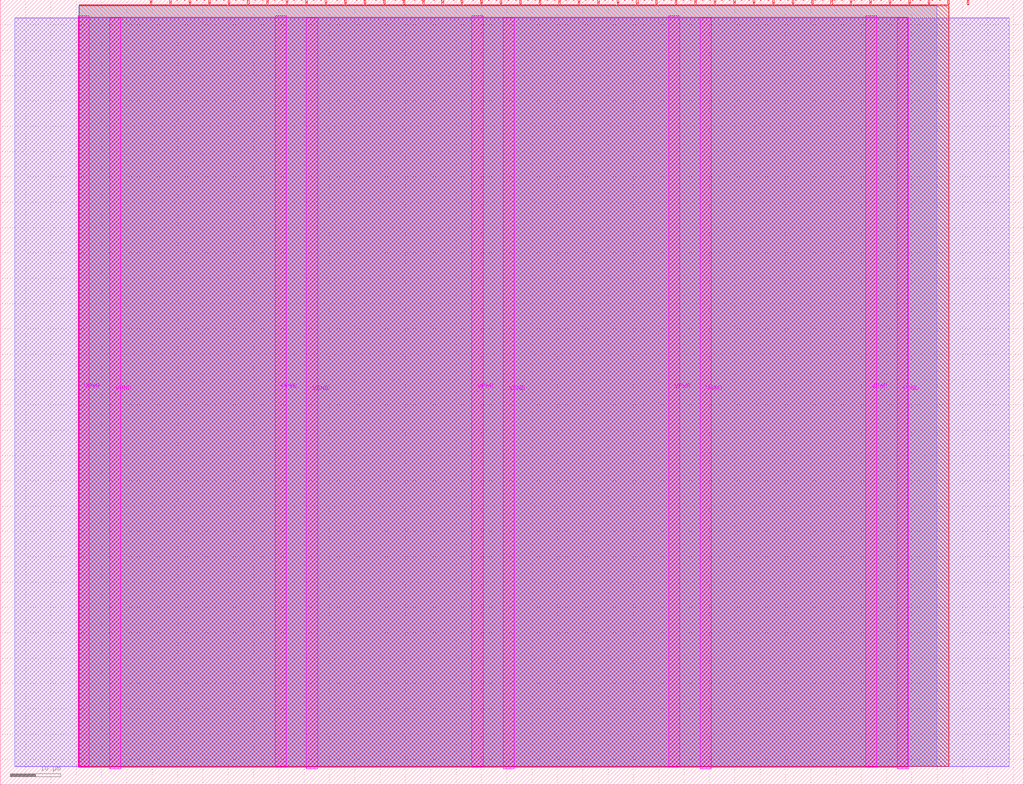
<source format=lef>
VERSION 5.7 ;
  NOWIREEXTENSIONATPIN ON ;
  DIVIDERCHAR "/" ;
  BUSBITCHARS "[]" ;
MACRO tt_um_wokwi_456755166425583617
  CLASS BLOCK ;
  FOREIGN tt_um_wokwi_456755166425583617 ;
  ORIGIN 0.000 0.000 ;
  SIZE 202.080 BY 154.980 ;
  PIN VGND
    DIRECTION INOUT ;
    USE GROUND ;
    PORT
      LAYER TopMetal1 ;
        RECT 21.580 3.150 23.780 151.420 ;
    END
    PORT
      LAYER TopMetal1 ;
        RECT 60.450 3.150 62.650 151.420 ;
    END
    PORT
      LAYER TopMetal1 ;
        RECT 99.320 3.150 101.520 151.420 ;
    END
    PORT
      LAYER TopMetal1 ;
        RECT 138.190 3.150 140.390 151.420 ;
    END
    PORT
      LAYER TopMetal1 ;
        RECT 177.060 3.150 179.260 151.420 ;
    END
  END VGND
  PIN VPWR
    DIRECTION INOUT ;
    USE POWER ;
    PORT
      LAYER TopMetal1 ;
        RECT 15.380 3.560 17.580 151.830 ;
    END
    PORT
      LAYER TopMetal1 ;
        RECT 54.250 3.560 56.450 151.830 ;
    END
    PORT
      LAYER TopMetal1 ;
        RECT 93.120 3.560 95.320 151.830 ;
    END
    PORT
      LAYER TopMetal1 ;
        RECT 131.990 3.560 134.190 151.830 ;
    END
    PORT
      LAYER TopMetal1 ;
        RECT 170.860 3.560 173.060 151.830 ;
    END
  END VPWR
  PIN clk
    DIRECTION INPUT ;
    USE SIGNAL ;
    ANTENNAGATEAREA 0.725400 ;
    PORT
      LAYER Metal4 ;
        RECT 187.050 153.980 187.350 154.980 ;
    END
  END clk
  PIN ena
    DIRECTION INPUT ;
    USE SIGNAL ;
    PORT
      LAYER Metal4 ;
        RECT 190.890 153.980 191.190 154.980 ;
    END
  END ena
  PIN rst_n
    DIRECTION INPUT ;
    USE SIGNAL ;
    ANTENNAGATEAREA 0.180700 ;
    PORT
      LAYER Metal4 ;
        RECT 183.210 153.980 183.510 154.980 ;
    END
  END rst_n
  PIN ui_in[0]
    DIRECTION INPUT ;
    USE SIGNAL ;
    ANTENNAGATEAREA 0.180700 ;
    PORT
      LAYER Metal4 ;
        RECT 179.370 153.980 179.670 154.980 ;
    END
  END ui_in[0]
  PIN ui_in[1]
    DIRECTION INPUT ;
    USE SIGNAL ;
    PORT
      LAYER Metal4 ;
        RECT 175.530 153.980 175.830 154.980 ;
    END
  END ui_in[1]
  PIN ui_in[2]
    DIRECTION INPUT ;
    USE SIGNAL ;
    PORT
      LAYER Metal4 ;
        RECT 171.690 153.980 171.990 154.980 ;
    END
  END ui_in[2]
  PIN ui_in[3]
    DIRECTION INPUT ;
    USE SIGNAL ;
    PORT
      LAYER Metal4 ;
        RECT 167.850 153.980 168.150 154.980 ;
    END
  END ui_in[3]
  PIN ui_in[4]
    DIRECTION INPUT ;
    USE SIGNAL ;
    PORT
      LAYER Metal4 ;
        RECT 164.010 153.980 164.310 154.980 ;
    END
  END ui_in[4]
  PIN ui_in[5]
    DIRECTION INPUT ;
    USE SIGNAL ;
    PORT
      LAYER Metal4 ;
        RECT 160.170 153.980 160.470 154.980 ;
    END
  END ui_in[5]
  PIN ui_in[6]
    DIRECTION INPUT ;
    USE SIGNAL ;
    PORT
      LAYER Metal4 ;
        RECT 156.330 153.980 156.630 154.980 ;
    END
  END ui_in[6]
  PIN ui_in[7]
    DIRECTION INPUT ;
    USE SIGNAL ;
    PORT
      LAYER Metal4 ;
        RECT 152.490 153.980 152.790 154.980 ;
    END
  END ui_in[7]
  PIN uio_in[0]
    DIRECTION INPUT ;
    USE SIGNAL ;
    PORT
      LAYER Metal4 ;
        RECT 148.650 153.980 148.950 154.980 ;
    END
  END uio_in[0]
  PIN uio_in[1]
    DIRECTION INPUT ;
    USE SIGNAL ;
    PORT
      LAYER Metal4 ;
        RECT 144.810 153.980 145.110 154.980 ;
    END
  END uio_in[1]
  PIN uio_in[2]
    DIRECTION INPUT ;
    USE SIGNAL ;
    PORT
      LAYER Metal4 ;
        RECT 140.970 153.980 141.270 154.980 ;
    END
  END uio_in[2]
  PIN uio_in[3]
    DIRECTION INPUT ;
    USE SIGNAL ;
    PORT
      LAYER Metal4 ;
        RECT 137.130 153.980 137.430 154.980 ;
    END
  END uio_in[3]
  PIN uio_in[4]
    DIRECTION INPUT ;
    USE SIGNAL ;
    PORT
      LAYER Metal4 ;
        RECT 133.290 153.980 133.590 154.980 ;
    END
  END uio_in[4]
  PIN uio_in[5]
    DIRECTION INPUT ;
    USE SIGNAL ;
    PORT
      LAYER Metal4 ;
        RECT 129.450 153.980 129.750 154.980 ;
    END
  END uio_in[5]
  PIN uio_in[6]
    DIRECTION INPUT ;
    USE SIGNAL ;
    PORT
      LAYER Metal4 ;
        RECT 125.610 153.980 125.910 154.980 ;
    END
  END uio_in[6]
  PIN uio_in[7]
    DIRECTION INPUT ;
    USE SIGNAL ;
    PORT
      LAYER Metal4 ;
        RECT 121.770 153.980 122.070 154.980 ;
    END
  END uio_in[7]
  PIN uio_oe[0]
    DIRECTION OUTPUT ;
    USE SIGNAL ;
    ANTENNADIFFAREA 0.299200 ;
    PORT
      LAYER Metal4 ;
        RECT 56.490 153.980 56.790 154.980 ;
    END
  END uio_oe[0]
  PIN uio_oe[1]
    DIRECTION OUTPUT ;
    USE SIGNAL ;
    ANTENNADIFFAREA 0.299200 ;
    PORT
      LAYER Metal4 ;
        RECT 52.650 153.980 52.950 154.980 ;
    END
  END uio_oe[1]
  PIN uio_oe[2]
    DIRECTION OUTPUT ;
    USE SIGNAL ;
    ANTENNADIFFAREA 0.299200 ;
    PORT
      LAYER Metal4 ;
        RECT 48.810 153.980 49.110 154.980 ;
    END
  END uio_oe[2]
  PIN uio_oe[3]
    DIRECTION OUTPUT ;
    USE SIGNAL ;
    ANTENNADIFFAREA 0.299200 ;
    PORT
      LAYER Metal4 ;
        RECT 44.970 153.980 45.270 154.980 ;
    END
  END uio_oe[3]
  PIN uio_oe[4]
    DIRECTION OUTPUT ;
    USE SIGNAL ;
    ANTENNADIFFAREA 0.299200 ;
    PORT
      LAYER Metal4 ;
        RECT 41.130 153.980 41.430 154.980 ;
    END
  END uio_oe[4]
  PIN uio_oe[5]
    DIRECTION OUTPUT ;
    USE SIGNAL ;
    ANTENNADIFFAREA 0.299200 ;
    PORT
      LAYER Metal4 ;
        RECT 37.290 153.980 37.590 154.980 ;
    END
  END uio_oe[5]
  PIN uio_oe[6]
    DIRECTION OUTPUT ;
    USE SIGNAL ;
    ANTENNADIFFAREA 0.299200 ;
    PORT
      LAYER Metal4 ;
        RECT 33.450 153.980 33.750 154.980 ;
    END
  END uio_oe[6]
  PIN uio_oe[7]
    DIRECTION OUTPUT ;
    USE SIGNAL ;
    ANTENNADIFFAREA 0.299200 ;
    PORT
      LAYER Metal4 ;
        RECT 29.610 153.980 29.910 154.980 ;
    END
  END uio_oe[7]
  PIN uio_out[0]
    DIRECTION OUTPUT ;
    USE SIGNAL ;
    ANTENNADIFFAREA 0.299200 ;
    PORT
      LAYER Metal4 ;
        RECT 87.210 153.980 87.510 154.980 ;
    END
  END uio_out[0]
  PIN uio_out[1]
    DIRECTION OUTPUT ;
    USE SIGNAL ;
    ANTENNADIFFAREA 0.299200 ;
    PORT
      LAYER Metal4 ;
        RECT 83.370 153.980 83.670 154.980 ;
    END
  END uio_out[1]
  PIN uio_out[2]
    DIRECTION OUTPUT ;
    USE SIGNAL ;
    ANTENNADIFFAREA 0.299200 ;
    PORT
      LAYER Metal4 ;
        RECT 79.530 153.980 79.830 154.980 ;
    END
  END uio_out[2]
  PIN uio_out[3]
    DIRECTION OUTPUT ;
    USE SIGNAL ;
    ANTENNADIFFAREA 0.299200 ;
    PORT
      LAYER Metal4 ;
        RECT 75.690 153.980 75.990 154.980 ;
    END
  END uio_out[3]
  PIN uio_out[4]
    DIRECTION OUTPUT ;
    USE SIGNAL ;
    ANTENNADIFFAREA 0.299200 ;
    PORT
      LAYER Metal4 ;
        RECT 71.850 153.980 72.150 154.980 ;
    END
  END uio_out[4]
  PIN uio_out[5]
    DIRECTION OUTPUT ;
    USE SIGNAL ;
    ANTENNADIFFAREA 0.299200 ;
    PORT
      LAYER Metal4 ;
        RECT 68.010 153.980 68.310 154.980 ;
    END
  END uio_out[5]
  PIN uio_out[6]
    DIRECTION OUTPUT ;
    USE SIGNAL ;
    ANTENNADIFFAREA 0.299200 ;
    PORT
      LAYER Metal4 ;
        RECT 64.170 153.980 64.470 154.980 ;
    END
  END uio_out[6]
  PIN uio_out[7]
    DIRECTION OUTPUT ;
    USE SIGNAL ;
    ANTENNADIFFAREA 0.299200 ;
    PORT
      LAYER Metal4 ;
        RECT 60.330 153.980 60.630 154.980 ;
    END
  END uio_out[7]
  PIN uo_out[0]
    DIRECTION OUTPUT ;
    USE SIGNAL ;
    ANTENNADIFFAREA 0.708600 ;
    PORT
      LAYER Metal4 ;
        RECT 117.930 153.980 118.230 154.980 ;
    END
  END uo_out[0]
  PIN uo_out[1]
    DIRECTION OUTPUT ;
    USE SIGNAL ;
    ANTENNADIFFAREA 0.708600 ;
    PORT
      LAYER Metal4 ;
        RECT 114.090 153.980 114.390 154.980 ;
    END
  END uo_out[1]
  PIN uo_out[2]
    DIRECTION OUTPUT ;
    USE SIGNAL ;
    ANTENNADIFFAREA 0.708600 ;
    PORT
      LAYER Metal4 ;
        RECT 110.250 153.980 110.550 154.980 ;
    END
  END uo_out[2]
  PIN uo_out[3]
    DIRECTION OUTPUT ;
    USE SIGNAL ;
    ANTENNADIFFAREA 0.708600 ;
    PORT
      LAYER Metal4 ;
        RECT 106.410 153.980 106.710 154.980 ;
    END
  END uo_out[3]
  PIN uo_out[4]
    DIRECTION OUTPUT ;
    USE SIGNAL ;
    ANTENNADIFFAREA 0.299200 ;
    PORT
      LAYER Metal4 ;
        RECT 102.570 153.980 102.870 154.980 ;
    END
  END uo_out[4]
  PIN uo_out[5]
    DIRECTION OUTPUT ;
    USE SIGNAL ;
    ANTENNADIFFAREA 0.299200 ;
    PORT
      LAYER Metal4 ;
        RECT 98.730 153.980 99.030 154.980 ;
    END
  END uo_out[5]
  PIN uo_out[6]
    DIRECTION OUTPUT ;
    USE SIGNAL ;
    ANTENNADIFFAREA 0.299200 ;
    PORT
      LAYER Metal4 ;
        RECT 94.890 153.980 95.190 154.980 ;
    END
  END uo_out[6]
  PIN uo_out[7]
    DIRECTION OUTPUT ;
    USE SIGNAL ;
    ANTENNADIFFAREA 0.299200 ;
    PORT
      LAYER Metal4 ;
        RECT 91.050 153.980 91.350 154.980 ;
    END
  END uo_out[7]
  OBS
      LAYER GatPoly ;
        RECT 2.880 3.630 199.200 151.350 ;
      LAYER Metal1 ;
        RECT 2.880 3.560 199.200 151.420 ;
      LAYER Metal2 ;
        RECT 15.560 3.635 184.905 153.865 ;
      LAYER Metal3 ;
        RECT 15.515 3.680 187.345 153.825 ;
      LAYER Metal4 ;
        RECT 15.560 153.770 29.400 153.980 ;
        RECT 30.120 153.770 33.240 153.980 ;
        RECT 33.960 153.770 37.080 153.980 ;
        RECT 37.800 153.770 40.920 153.980 ;
        RECT 41.640 153.770 44.760 153.980 ;
        RECT 45.480 153.770 48.600 153.980 ;
        RECT 49.320 153.770 52.440 153.980 ;
        RECT 53.160 153.770 56.280 153.980 ;
        RECT 57.000 153.770 60.120 153.980 ;
        RECT 60.840 153.770 63.960 153.980 ;
        RECT 64.680 153.770 67.800 153.980 ;
        RECT 68.520 153.770 71.640 153.980 ;
        RECT 72.360 153.770 75.480 153.980 ;
        RECT 76.200 153.770 79.320 153.980 ;
        RECT 80.040 153.770 83.160 153.980 ;
        RECT 83.880 153.770 87.000 153.980 ;
        RECT 87.720 153.770 90.840 153.980 ;
        RECT 91.560 153.770 94.680 153.980 ;
        RECT 95.400 153.770 98.520 153.980 ;
        RECT 99.240 153.770 102.360 153.980 ;
        RECT 103.080 153.770 106.200 153.980 ;
        RECT 106.920 153.770 110.040 153.980 ;
        RECT 110.760 153.770 113.880 153.980 ;
        RECT 114.600 153.770 117.720 153.980 ;
        RECT 118.440 153.770 121.560 153.980 ;
        RECT 122.280 153.770 125.400 153.980 ;
        RECT 126.120 153.770 129.240 153.980 ;
        RECT 129.960 153.770 133.080 153.980 ;
        RECT 133.800 153.770 136.920 153.980 ;
        RECT 137.640 153.770 140.760 153.980 ;
        RECT 141.480 153.770 144.600 153.980 ;
        RECT 145.320 153.770 148.440 153.980 ;
        RECT 149.160 153.770 152.280 153.980 ;
        RECT 153.000 153.770 156.120 153.980 ;
        RECT 156.840 153.770 159.960 153.980 ;
        RECT 160.680 153.770 163.800 153.980 ;
        RECT 164.520 153.770 167.640 153.980 ;
        RECT 168.360 153.770 171.480 153.980 ;
        RECT 172.200 153.770 175.320 153.980 ;
        RECT 176.040 153.770 179.160 153.980 ;
        RECT 179.880 153.770 183.000 153.980 ;
        RECT 183.720 153.770 186.840 153.980 ;
        RECT 15.560 3.635 187.300 153.770 ;
      LAYER Metal5 ;
        RECT 15.515 3.470 179.125 151.510 ;
  END
END tt_um_wokwi_456755166425583617
END LIBRARY


</source>
